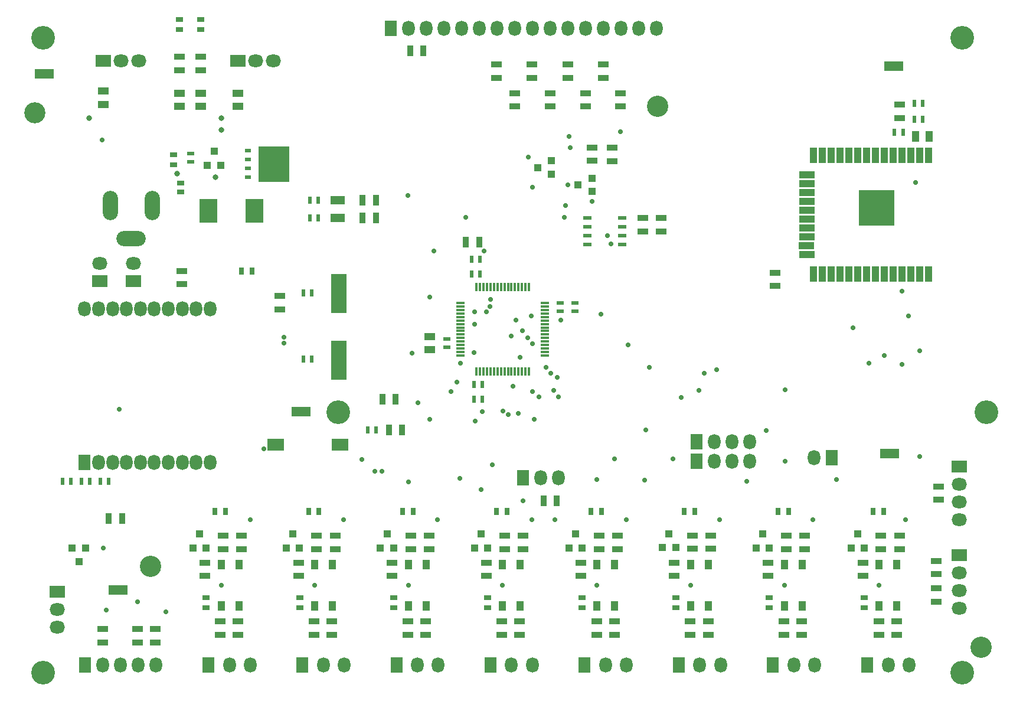
<source format=gts>
G04*
G04 #@! TF.GenerationSoftware,Altium Limited,CircuitStudio,1.5.2 (1.5.2.30)*
G04*
G04 Layer_Color=8388736*
%FSLAX25Y25*%
%MOIN*%
G70*
G01*
G75*
%ADD51R,0.10630X0.05512*%
%ADD52R,0.02362X0.04331*%
%ADD53R,0.05906X0.04331*%
%ADD54C,0.12000*%
%ADD55C,0.11937*%
%ADD56R,0.04331X0.03937*%
%ADD57R,0.03543X0.05906*%
%ADD58R,0.05906X0.03543*%
%ADD59R,0.03150X0.04331*%
%ADD60R,0.20472X0.20472*%
%ADD61R,0.08661X0.04331*%
%ADD62R,0.04331X0.08661*%
%ADD63R,0.03937X0.05512*%
%ADD64R,0.05118X0.01575*%
%ADD65R,0.01575X0.05118*%
%ADD66R,0.08268X0.05118*%
%ADD67R,0.05118X0.02362*%
%ADD68R,0.09409X0.07087*%
%ADD69R,0.03937X0.04331*%
%ADD70R,0.04331X0.02362*%
%ADD71R,0.03937X0.02756*%
%ADD72R,0.10236X0.13780*%
%ADD73R,0.04331X0.03150*%
%ADD74R,0.17598X0.20079*%
%ADD75R,0.03189X0.02402*%
%ADD76R,0.04331X0.05906*%
%ADD77R,0.08661X0.22441*%
%ADD78O,0.08661X0.07087*%
%ADD79R,0.08661X0.07087*%
%ADD80O,0.07087X0.08661*%
%ADD81R,0.07087X0.08661*%
%ADD82O,0.08661X0.16535*%
%ADD83O,0.16535X0.08661*%
%ADD84C,0.02756*%
%ADD85C,0.03150*%
%ADD86C,0.13386*%
D51*
X163386Y164961D02*
D03*
X495669Y141339D02*
D03*
X59842Y64173D02*
D03*
X498032Y359842D02*
D03*
X18110Y355512D02*
D03*
D52*
X498425Y322441D02*
D03*
X503150D02*
D03*
X33268Y125591D02*
D03*
X28543D02*
D03*
X39370D02*
D03*
X44094D02*
D03*
X54724D02*
D03*
X50000D02*
D03*
X265551Y171850D02*
D03*
X260827D02*
D03*
X265551Y180118D02*
D03*
X260827D02*
D03*
X259646Y242520D02*
D03*
X264370D02*
D03*
X259646Y250984D02*
D03*
X264370D02*
D03*
X169291Y194488D02*
D03*
X164567D02*
D03*
X169291Y231890D02*
D03*
X164567D02*
D03*
X200787Y154528D02*
D03*
X205512D02*
D03*
X173031Y274409D02*
D03*
X168307D02*
D03*
X173031Y284252D02*
D03*
X168307D02*
D03*
X509449Y329921D02*
D03*
X514173D02*
D03*
X509449Y338779D02*
D03*
X514173D02*
D03*
D53*
X127559Y344685D02*
D03*
Y337205D02*
D03*
X51575Y345866D02*
D03*
Y338386D02*
D03*
X94488Y344685D02*
D03*
Y337205D02*
D03*
X106693Y344685D02*
D03*
Y337205D02*
D03*
X235827Y207283D02*
D03*
Y199803D02*
D03*
D54*
X364567Y337402D02*
D03*
X78347Y77559D02*
D03*
X547244Y31890D02*
D03*
D55*
X12992Y333465D02*
D03*
D56*
X296850Y302756D02*
D03*
X304724Y306496D02*
D03*
Y299016D02*
D03*
X319685Y292913D02*
D03*
X327559Y296654D02*
D03*
Y289173D02*
D03*
D57*
X54724Y104528D02*
D03*
X62205D02*
D03*
X224803Y368504D02*
D03*
X232283D02*
D03*
X212795Y154527D02*
D03*
X220276D02*
D03*
X263779Y260630D02*
D03*
X256299D02*
D03*
X198031Y274213D02*
D03*
X205512D02*
D03*
X198031Y284252D02*
D03*
X205512D02*
D03*
X300197Y114567D02*
D03*
X307677D02*
D03*
X216732Y172047D02*
D03*
X209252D02*
D03*
D58*
X151378Y222638D02*
D03*
Y230118D02*
D03*
X447638Y87402D02*
D03*
Y94882D02*
D03*
X501181Y87402D02*
D03*
Y94882D02*
D03*
X437205Y87402D02*
D03*
Y94882D02*
D03*
X490748Y87402D02*
D03*
Y94882D02*
D03*
X341929Y87402D02*
D03*
Y94882D02*
D03*
X394685Y87598D02*
D03*
Y95079D02*
D03*
X331496Y87402D02*
D03*
Y94882D02*
D03*
X384252Y87598D02*
D03*
Y95079D02*
D03*
X235630Y87402D02*
D03*
Y94882D02*
D03*
X288583Y87402D02*
D03*
Y94882D02*
D03*
X225197Y87402D02*
D03*
Y94882D02*
D03*
X278150Y87402D02*
D03*
Y94882D02*
D03*
X129724Y87402D02*
D03*
Y94882D02*
D03*
X182480Y87402D02*
D03*
Y94882D02*
D03*
X119291Y87402D02*
D03*
Y94882D02*
D03*
X172047Y87402D02*
D03*
Y94882D02*
D03*
X523228Y122638D02*
D03*
Y115157D02*
D03*
X94488Y357677D02*
D03*
Y365158D02*
D03*
X106693Y357677D02*
D03*
Y365158D02*
D03*
X51181Y42126D02*
D03*
Y34646D02*
D03*
X71063Y42126D02*
D03*
Y34646D02*
D03*
X81102Y42126D02*
D03*
Y34646D02*
D03*
X356299Y274213D02*
D03*
Y266732D02*
D03*
X366732Y274213D02*
D03*
Y266732D02*
D03*
X117717Y38976D02*
D03*
Y46457D02*
D03*
X127756Y38976D02*
D03*
Y46457D02*
D03*
X180512Y38976D02*
D03*
Y46457D02*
D03*
X233661Y38976D02*
D03*
Y46457D02*
D03*
X286614Y38976D02*
D03*
Y46457D02*
D03*
X340158Y38976D02*
D03*
Y46457D02*
D03*
X393110Y38976D02*
D03*
Y46457D02*
D03*
X446063Y38976D02*
D03*
Y46457D02*
D03*
X499606Y38976D02*
D03*
Y46457D02*
D03*
X170472Y38976D02*
D03*
Y46457D02*
D03*
X223622Y38976D02*
D03*
Y46457D02*
D03*
X276575Y38976D02*
D03*
Y46457D02*
D03*
X330118Y38976D02*
D03*
Y46457D02*
D03*
X383071Y38976D02*
D03*
Y46457D02*
D03*
X436024Y38976D02*
D03*
Y46457D02*
D03*
X489567Y38976D02*
D03*
Y46457D02*
D03*
X108858Y79724D02*
D03*
Y72244D02*
D03*
X161811Y79724D02*
D03*
Y72244D02*
D03*
X214764Y79724D02*
D03*
Y72244D02*
D03*
X267913Y79724D02*
D03*
Y72244D02*
D03*
X321260Y79724D02*
D03*
Y72244D02*
D03*
X374016Y79724D02*
D03*
Y72244D02*
D03*
X426968Y79724D02*
D03*
Y72244D02*
D03*
X480512Y79724D02*
D03*
Y72244D02*
D03*
X522047Y73228D02*
D03*
Y80709D02*
D03*
Y57677D02*
D03*
Y65158D02*
D03*
X501378Y338189D02*
D03*
Y330709D02*
D03*
X431102Y235827D02*
D03*
Y243307D02*
D03*
X338976Y306299D02*
D03*
Y313779D02*
D03*
X327559Y306496D02*
D03*
Y313976D02*
D03*
X96063Y244291D02*
D03*
Y236811D02*
D03*
X343701Y337205D02*
D03*
Y344685D02*
D03*
X333858Y353346D02*
D03*
Y360827D02*
D03*
X324016Y337205D02*
D03*
Y344685D02*
D03*
X313779Y353346D02*
D03*
Y360827D02*
D03*
X283858Y337205D02*
D03*
Y344685D02*
D03*
X273622Y353346D02*
D03*
Y360827D02*
D03*
X293701Y353346D02*
D03*
Y360827D02*
D03*
X303937Y337205D02*
D03*
Y344685D02*
D03*
D59*
X129724Y244291D02*
D03*
X135630D02*
D03*
X432677Y108661D02*
D03*
X438583D02*
D03*
X486221D02*
D03*
X492126D02*
D03*
X326969D02*
D03*
X332874D02*
D03*
X220669Y108465D02*
D03*
X226575D02*
D03*
X273622Y108661D02*
D03*
X279528D02*
D03*
X114764D02*
D03*
X120669D02*
D03*
X167520D02*
D03*
X173425D02*
D03*
X379724D02*
D03*
X385630D02*
D03*
D60*
X488189Y279921D02*
D03*
D61*
X448779Y268484D02*
D03*
Y263484D02*
D03*
X448740Y258484D02*
D03*
X448779Y253484D02*
D03*
Y273484D02*
D03*
Y278484D02*
D03*
Y283484D02*
D03*
Y288484D02*
D03*
Y293484D02*
D03*
Y298484D02*
D03*
D62*
X452716Y242520D02*
D03*
X457717D02*
D03*
X462716D02*
D03*
X467717D02*
D03*
X472717D02*
D03*
X477716D02*
D03*
X482717D02*
D03*
X487716D02*
D03*
X492717D02*
D03*
X497717D02*
D03*
X502716D02*
D03*
X507717D02*
D03*
X512716D02*
D03*
X517717D02*
D03*
X452716Y309449D02*
D03*
X457717D02*
D03*
X462716D02*
D03*
X467717D02*
D03*
X472717D02*
D03*
X477716D02*
D03*
X482717D02*
D03*
X487716D02*
D03*
X492717D02*
D03*
X497717D02*
D03*
X502716D02*
D03*
X507717D02*
D03*
X512716D02*
D03*
X517717D02*
D03*
D63*
X489685Y55118D02*
D03*
X499685D02*
D03*
X489685Y78740D02*
D03*
X499685D02*
D03*
X446142D02*
D03*
X436142D02*
D03*
X446142Y55118D02*
D03*
X436142D02*
D03*
X383189D02*
D03*
X393189D02*
D03*
X383189Y78740D02*
D03*
X393189D02*
D03*
X340433D02*
D03*
X330433D02*
D03*
X340433Y55118D02*
D03*
X330433D02*
D03*
X277087D02*
D03*
X287087D02*
D03*
X277087Y78740D02*
D03*
X287087D02*
D03*
X233937D02*
D03*
X223937D02*
D03*
X233937Y55118D02*
D03*
X223937D02*
D03*
X170984D02*
D03*
X180984D02*
D03*
X170984Y78740D02*
D03*
X180984D02*
D03*
X128228D02*
D03*
X118228D02*
D03*
X128228Y55118D02*
D03*
X118228D02*
D03*
D64*
X253346Y226181D02*
D03*
Y224213D02*
D03*
Y222244D02*
D03*
Y220276D02*
D03*
Y218307D02*
D03*
Y216338D02*
D03*
Y214370D02*
D03*
Y212402D02*
D03*
Y210433D02*
D03*
Y208465D02*
D03*
Y206496D02*
D03*
Y204527D02*
D03*
Y202559D02*
D03*
Y200591D02*
D03*
Y198622D02*
D03*
Y196653D02*
D03*
X300984D02*
D03*
Y198622D02*
D03*
Y200591D02*
D03*
Y202559D02*
D03*
Y204527D02*
D03*
Y206496D02*
D03*
Y208465D02*
D03*
Y210433D02*
D03*
Y212402D02*
D03*
Y214370D02*
D03*
Y216338D02*
D03*
Y218307D02*
D03*
Y220276D02*
D03*
Y222244D02*
D03*
Y224213D02*
D03*
Y226181D02*
D03*
D65*
X262402Y187598D02*
D03*
X264370D02*
D03*
X266339D02*
D03*
X268307D02*
D03*
X270276D02*
D03*
X272244D02*
D03*
X274213D02*
D03*
X276181D02*
D03*
X278150D02*
D03*
X280118D02*
D03*
X282087D02*
D03*
X284055D02*
D03*
X286024D02*
D03*
X287992D02*
D03*
X289961D02*
D03*
X291929D02*
D03*
Y235236D02*
D03*
X289961D02*
D03*
X287992D02*
D03*
X286024D02*
D03*
X284055D02*
D03*
X282087D02*
D03*
X280118D02*
D03*
X278150D02*
D03*
X276181D02*
D03*
X274213D02*
D03*
X272244D02*
D03*
X270276D02*
D03*
X268307D02*
D03*
X266339D02*
D03*
X264370D02*
D03*
X262402D02*
D03*
D66*
X183858Y284252D02*
D03*
Y274409D02*
D03*
D67*
X324803Y274429D02*
D03*
Y269429D02*
D03*
Y264429D02*
D03*
Y259429D02*
D03*
X344488Y274429D02*
D03*
Y269429D02*
D03*
Y264429D02*
D03*
Y259429D02*
D03*
D68*
X149035Y146260D02*
D03*
X185216D02*
D03*
D69*
X420276Y87992D02*
D03*
X427756D02*
D03*
X424016Y95866D02*
D03*
X473819Y87992D02*
D03*
X481299D02*
D03*
X477559Y95866D02*
D03*
X314567Y87992D02*
D03*
X322047D02*
D03*
X318307Y95866D02*
D03*
X367323Y88189D02*
D03*
X374803D02*
D03*
X371063Y96063D02*
D03*
X208071Y87992D02*
D03*
X215551D02*
D03*
X211811Y95866D02*
D03*
X261221Y87992D02*
D03*
X268701D02*
D03*
X264961Y95866D02*
D03*
X102165Y87992D02*
D03*
X109646D02*
D03*
X105905Y95866D02*
D03*
X154921Y87992D02*
D03*
X162402D02*
D03*
X158661Y95866D02*
D03*
X110433Y303937D02*
D03*
X117913D02*
D03*
X114173Y311811D02*
D03*
X41535Y87992D02*
D03*
X34055D02*
D03*
X37795Y80118D02*
D03*
D70*
X100787Y305906D02*
D03*
Y310630D02*
D03*
X309449Y226181D02*
D03*
Y221457D02*
D03*
X317913Y226181D02*
D03*
Y221457D02*
D03*
X245472Y201181D02*
D03*
Y205906D02*
D03*
D71*
X95276Y288878D02*
D03*
Y293799D02*
D03*
D72*
X111024Y278346D02*
D03*
X137008D02*
D03*
D73*
X91339Y304134D02*
D03*
Y310039D02*
D03*
X94488Y386417D02*
D03*
Y380512D02*
D03*
X106693Y386417D02*
D03*
Y380512D02*
D03*
X109646Y54134D02*
D03*
Y60039D02*
D03*
X162598Y54134D02*
D03*
Y60039D02*
D03*
X215551Y54134D02*
D03*
Y60039D02*
D03*
X268701Y54134D02*
D03*
Y60039D02*
D03*
X322047Y54134D02*
D03*
Y60039D02*
D03*
X374803Y54134D02*
D03*
Y60039D02*
D03*
X427756Y54134D02*
D03*
Y60039D02*
D03*
X481299Y54134D02*
D03*
Y60039D02*
D03*
D74*
X147854Y304744D02*
D03*
D75*
X133248Y297224D02*
D03*
Y312224D02*
D03*
Y307224D02*
D03*
Y302224D02*
D03*
D76*
X517913Y320276D02*
D03*
X510433D02*
D03*
D77*
X184646Y194095D02*
D03*
Y231496D02*
D03*
D78*
X147559Y362992D02*
D03*
X137559D02*
D03*
X61575D02*
D03*
X71575D02*
D03*
X68504Y248583D02*
D03*
X49606D02*
D03*
X535039Y73937D02*
D03*
Y63937D02*
D03*
Y53937D02*
D03*
Y123937D02*
D03*
Y113937D02*
D03*
Y103937D02*
D03*
X25591Y43189D02*
D03*
Y53189D02*
D03*
D79*
X127559Y362992D02*
D03*
X51575D02*
D03*
X68504Y238583D02*
D03*
X49606D02*
D03*
X535039Y83937D02*
D03*
Y133937D02*
D03*
X25591Y63189D02*
D03*
D80*
X111929Y222778D02*
D03*
X104055D02*
D03*
X96181D02*
D03*
X88307D02*
D03*
X80433D02*
D03*
X72559D02*
D03*
X64685D02*
D03*
X56811D02*
D03*
X48937D02*
D03*
X41063D02*
D03*
X111929Y136163D02*
D03*
X104055D02*
D03*
X96181D02*
D03*
X88307D02*
D03*
X80433D02*
D03*
X72559D02*
D03*
X64685D02*
D03*
X56811D02*
D03*
X48937D02*
D03*
X81142Y22047D02*
D03*
X71142D02*
D03*
X61142D02*
D03*
X51142D02*
D03*
X441535Y22047D02*
D03*
X453346D02*
D03*
X494882D02*
D03*
X506693D02*
D03*
X335236D02*
D03*
X347047D02*
D03*
X388386D02*
D03*
X400197D02*
D03*
X228937D02*
D03*
X240748D02*
D03*
X282087D02*
D03*
X293898D02*
D03*
X175787D02*
D03*
X187598D02*
D03*
X122835D02*
D03*
X134646D02*
D03*
X452795Y138779D02*
D03*
X308583Y127559D02*
D03*
X298583D02*
D03*
X396614Y137008D02*
D03*
X406614D02*
D03*
X416614D02*
D03*
X396614Y147953D02*
D03*
X406614D02*
D03*
X416614D02*
D03*
X363779Y381102D02*
D03*
X353780D02*
D03*
X343779D02*
D03*
X333780D02*
D03*
X323780D02*
D03*
X313779D02*
D03*
X303780D02*
D03*
X293779D02*
D03*
X283780D02*
D03*
X273780D02*
D03*
X263779D02*
D03*
X253780D02*
D03*
X243779D02*
D03*
X233780D02*
D03*
X223780D02*
D03*
D81*
X41063Y136163D02*
D03*
X41142Y22047D02*
D03*
X429724Y22047D02*
D03*
X483071D02*
D03*
X323425D02*
D03*
X376575D02*
D03*
X217126D02*
D03*
X270276D02*
D03*
X163976D02*
D03*
X111024D02*
D03*
X462795Y138779D02*
D03*
X288583Y127559D02*
D03*
X386614Y137008D02*
D03*
Y147953D02*
D03*
X213779Y381102D02*
D03*
D82*
X79134Y281102D02*
D03*
X55512D02*
D03*
D83*
X67323Y262598D02*
D03*
D84*
X261417Y214173D02*
D03*
X284646Y216535D02*
D03*
X348031Y202756D02*
D03*
X294094Y203150D02*
D03*
X50787Y318110D02*
D03*
X327559Y283465D02*
D03*
X312598Y281102D02*
D03*
X294094Y291732D02*
D03*
X313779Y292913D02*
D03*
X506299Y219094D02*
D03*
X251378Y181693D02*
D03*
X492717Y196653D02*
D03*
X286811Y195472D02*
D03*
X142126Y144095D02*
D03*
X291142Y206693D02*
D03*
X310039Y216535D02*
D03*
X261417Y221260D02*
D03*
X267913D02*
D03*
X293110Y218898D02*
D03*
X153543Y207087D02*
D03*
X288386Y210433D02*
D03*
X281890Y207677D02*
D03*
X475000Y212205D02*
D03*
X229134Y170079D02*
D03*
X502756Y191535D02*
D03*
X261614Y159646D02*
D03*
X264961Y120866D02*
D03*
X223937Y125315D02*
D03*
X252953Y127362D02*
D03*
X330433Y126496D02*
D03*
X489685Y67047D02*
D03*
X436142D02*
D03*
X383189D02*
D03*
X330433D02*
D03*
X277087D02*
D03*
X223937D02*
D03*
X170984D02*
D03*
X118228D02*
D03*
X465551Y126575D02*
D03*
X415059Y125689D02*
D03*
X357283Y126378D02*
D03*
X209055Y131102D02*
D03*
X204921D02*
D03*
X269882Y224213D02*
D03*
X270276Y228346D02*
D03*
X336417Y264370D02*
D03*
X338386Y259449D02*
D03*
X253346Y192323D02*
D03*
X260827Y198228D02*
D03*
X502756Y233071D02*
D03*
X484055Y192323D02*
D03*
X504528Y103937D02*
D03*
X512598Y139567D02*
D03*
X510433Y294291D02*
D03*
X512598Y199409D02*
D03*
X134449Y103937D02*
D03*
X452165D02*
D03*
X399606D02*
D03*
X346850D02*
D03*
X293504D02*
D03*
X240354D02*
D03*
X187402D02*
D03*
X248031Y176378D02*
D03*
X311811Y274606D02*
D03*
X256299D02*
D03*
X71063Y57480D02*
D03*
X53347Y52953D02*
D03*
X153543Y203543D02*
D03*
X60630Y166339D02*
D03*
X235827Y160433D02*
D03*
X197638Y137795D02*
D03*
X86811Y51968D02*
D03*
X294783Y160531D02*
D03*
X286024Y163976D02*
D03*
X235827Y229528D02*
D03*
X266732Y255709D02*
D03*
X225984Y198031D02*
D03*
X315354Y313976D02*
D03*
X314764Y320276D02*
D03*
X358071Y154528D02*
D03*
X51575Y87992D02*
D03*
X265551Y164764D02*
D03*
X280118Y163386D02*
D03*
X294094Y176378D02*
D03*
X297441Y173228D02*
D03*
X301575Y189764D02*
D03*
X283071Y179331D02*
D03*
X238189Y255512D02*
D03*
X332677Y220079D02*
D03*
X304331Y186614D02*
D03*
X307874Y184252D02*
D03*
X305906Y176772D02*
D03*
X308661Y173228D02*
D03*
X359842Y189764D02*
D03*
X398031Y188583D02*
D03*
X390945Y186614D02*
D03*
X387795Y176772D02*
D03*
X377953Y172835D02*
D03*
X436614Y177165D02*
D03*
Y137008D02*
D03*
X425984Y154331D02*
D03*
X340158Y138189D02*
D03*
X373228D02*
D03*
X271260Y135039D02*
D03*
X306693Y103937D02*
D03*
X288583Y114567D02*
D03*
X223622Y287008D02*
D03*
X277165Y165354D02*
D03*
X291732Y308661D02*
D03*
X343701Y322835D02*
D03*
D85*
X118110Y324016D02*
D03*
X43701Y330709D02*
D03*
X118110D02*
D03*
X114961Y297224D02*
D03*
X93307Y299213D02*
D03*
D86*
X17717Y375984D02*
D03*
Y17717D02*
D03*
X536614D02*
D03*
Y375984D02*
D03*
X550394Y164567D02*
D03*
X184252D02*
D03*
M02*

</source>
